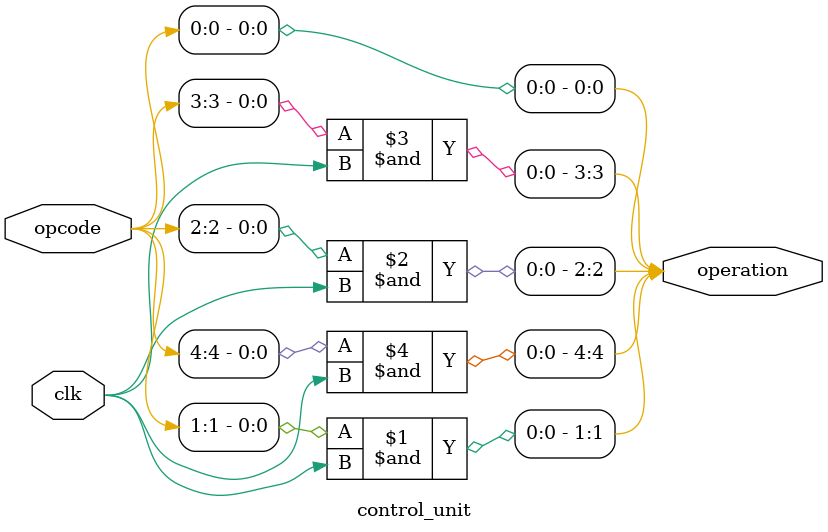
<source format=v>
`timescale 1ns / 1ps


module control_unit(output [4:0]operation,
                    input clk,
                    input [4:0]opcode
                    );
assign operation[0] = opcode[0];
assign operation[1] = opcode[1]&clk;
assign operation[2] = opcode[2]&clk;
assign operation[3] = opcode[3]&clk;
assign operation[4] = opcode[4]&clk;


endmodule

</source>
